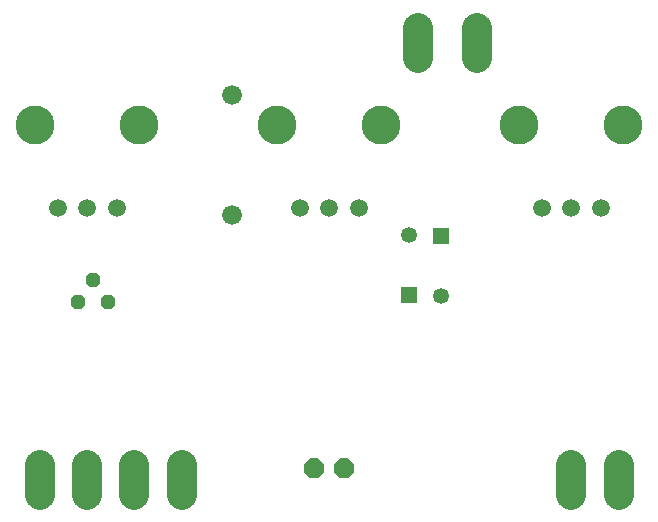
<source format=gbr>
G04 EAGLE Gerber RS-274X export*
G75*
%MOMM*%
%FSLAX34Y34*%
%LPD*%
%INSoldermask Bottom*%
%IPPOS*%
%AMOC8*
5,1,8,0,0,1.08239X$1,22.5*%
G01*
%ADD10C,1.676400*%
%ADD11R,1.350000X1.350000*%
%ADD12C,1.350000*%
%ADD13C,2.540000*%
%ADD14P,1.814519X8X202.500000*%
%ADD15C,1.500000*%
%ADD16C,3.300000*%
%ADD17P,1.319650X8X22.500000*%


D10*
X192500Y263700D03*
X192500Y365300D03*
D11*
X369700Y246200D03*
D12*
X369700Y195400D03*
D11*
X342300Y195900D03*
D12*
X342300Y246700D03*
D13*
X350000Y397300D02*
X350000Y422700D01*
X520000Y52700D02*
X520000Y27300D01*
X30000Y27300D02*
X30000Y52700D01*
X70000Y52700D02*
X70000Y27300D01*
X480000Y27300D02*
X480000Y52700D01*
X400000Y397300D02*
X400000Y422700D01*
D14*
X287700Y50000D03*
X262300Y50000D03*
D13*
X150000Y52700D02*
X150000Y27300D01*
X110000Y27300D02*
X110000Y52700D01*
D15*
X505000Y270000D03*
X480000Y270000D03*
X455000Y270000D03*
D16*
X524000Y340000D03*
X436000Y340000D03*
D15*
X300000Y270000D03*
X275000Y270000D03*
X250000Y270000D03*
D16*
X319000Y340000D03*
X231000Y340000D03*
D15*
X95000Y270000D03*
X70000Y270000D03*
X45000Y270000D03*
D16*
X114000Y340000D03*
X26000Y340000D03*
D17*
X87700Y190000D03*
X75000Y209050D03*
X62300Y190000D03*
M02*

</source>
